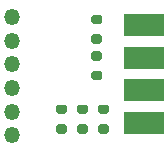
<source format=gbr>
%TF.GenerationSoftware,KiCad,Pcbnew,(5.1.9)-1*%
%TF.CreationDate,2022-11-25T11:31:52-06:00*%
%TF.ProjectId,adapter,61646170-7465-4722-9e6b-696361645f70,rev?*%
%TF.SameCoordinates,Original*%
%TF.FileFunction,Soldermask,Bot*%
%TF.FilePolarity,Negative*%
%FSLAX46Y46*%
G04 Gerber Fmt 4.6, Leading zero omitted, Abs format (unit mm)*
G04 Created by KiCad (PCBNEW (5.1.9)-1) date 2022-11-25 11:31:52*
%MOMM*%
%LPD*%
G01*
G04 APERTURE LIST*
%ADD10O,1.350000X1.350000*%
%ADD11R,3.480000X1.846667*%
G04 APERTURE END LIST*
%TO.C,C4*%
G36*
G01*
X137435000Y-98635000D02*
X136885000Y-98635000D01*
G75*
G02*
X136685000Y-98435000I0J200000D01*
G01*
X136685000Y-98035000D01*
G75*
G02*
X136885000Y-97835000I200000J0D01*
G01*
X137435000Y-97835000D01*
G75*
G02*
X137635000Y-98035000I0J-200000D01*
G01*
X137635000Y-98435000D01*
G75*
G02*
X137435000Y-98635000I-200000J0D01*
G01*
G37*
G36*
G01*
X137435000Y-100285000D02*
X136885000Y-100285000D01*
G75*
G02*
X136685000Y-100085000I0J200000D01*
G01*
X136685000Y-99685000D01*
G75*
G02*
X136885000Y-99485000I200000J0D01*
G01*
X137435000Y-99485000D01*
G75*
G02*
X137635000Y-99685000I0J-200000D01*
G01*
X137635000Y-100085000D01*
G75*
G02*
X137435000Y-100285000I-200000J0D01*
G01*
G37*
%TD*%
D10*
%TO.C,J1*%
X131191000Y-90424000D03*
X131191000Y-92424000D03*
X131191000Y-94424000D03*
X131191000Y-96424000D03*
X131191000Y-98424000D03*
X131191000Y-100424000D03*
%TD*%
%TO.C,C2*%
G36*
G01*
X139213000Y-98635000D02*
X138663000Y-98635000D01*
G75*
G02*
X138463000Y-98435000I0J200000D01*
G01*
X138463000Y-98035000D01*
G75*
G02*
X138663000Y-97835000I200000J0D01*
G01*
X139213000Y-97835000D01*
G75*
G02*
X139413000Y-98035000I0J-200000D01*
G01*
X139413000Y-98435000D01*
G75*
G02*
X139213000Y-98635000I-200000J0D01*
G01*
G37*
G36*
G01*
X139213000Y-100285000D02*
X138663000Y-100285000D01*
G75*
G02*
X138463000Y-100085000I0J200000D01*
G01*
X138463000Y-99685000D01*
G75*
G02*
X138663000Y-99485000I200000J0D01*
G01*
X139213000Y-99485000D01*
G75*
G02*
X139413000Y-99685000I0J-200000D01*
G01*
X139413000Y-100085000D01*
G75*
G02*
X139213000Y-100285000I-200000J0D01*
G01*
G37*
%TD*%
D11*
%TO.C,P1*%
X142367000Y-91095000D03*
X142367000Y-93865000D03*
X142367000Y-96635000D03*
X142367000Y-99405000D03*
%TD*%
%TO.C,C1*%
G36*
G01*
X135657000Y-100284500D02*
X135107000Y-100284500D01*
G75*
G02*
X134907000Y-100084500I0J200000D01*
G01*
X134907000Y-99684500D01*
G75*
G02*
X135107000Y-99484500I200000J0D01*
G01*
X135657000Y-99484500D01*
G75*
G02*
X135857000Y-99684500I0J-200000D01*
G01*
X135857000Y-100084500D01*
G75*
G02*
X135657000Y-100284500I-200000J0D01*
G01*
G37*
G36*
G01*
X135657000Y-98634500D02*
X135107000Y-98634500D01*
G75*
G02*
X134907000Y-98434500I0J200000D01*
G01*
X134907000Y-98034500D01*
G75*
G02*
X135107000Y-97834500I200000J0D01*
G01*
X135657000Y-97834500D01*
G75*
G02*
X135857000Y-98034500I0J-200000D01*
G01*
X135857000Y-98434500D01*
G75*
G02*
X135657000Y-98634500I-200000J0D01*
G01*
G37*
%TD*%
%TO.C,C3*%
G36*
G01*
X138641500Y-95776500D02*
X138091500Y-95776500D01*
G75*
G02*
X137891500Y-95576500I0J200000D01*
G01*
X137891500Y-95176500D01*
G75*
G02*
X138091500Y-94976500I200000J0D01*
G01*
X138641500Y-94976500D01*
G75*
G02*
X138841500Y-95176500I0J-200000D01*
G01*
X138841500Y-95576500D01*
G75*
G02*
X138641500Y-95776500I-200000J0D01*
G01*
G37*
G36*
G01*
X138641500Y-94126500D02*
X138091500Y-94126500D01*
G75*
G02*
X137891500Y-93926500I0J200000D01*
G01*
X137891500Y-93526500D01*
G75*
G02*
X138091500Y-93326500I200000J0D01*
G01*
X138641500Y-93326500D01*
G75*
G02*
X138841500Y-93526500I0J-200000D01*
G01*
X138841500Y-93926500D01*
G75*
G02*
X138641500Y-94126500I-200000J0D01*
G01*
G37*
%TD*%
%TO.C,C5*%
G36*
G01*
X138091500Y-90215000D02*
X138641500Y-90215000D01*
G75*
G02*
X138841500Y-90415000I0J-200000D01*
G01*
X138841500Y-90815000D01*
G75*
G02*
X138641500Y-91015000I-200000J0D01*
G01*
X138091500Y-91015000D01*
G75*
G02*
X137891500Y-90815000I0J200000D01*
G01*
X137891500Y-90415000D01*
G75*
G02*
X138091500Y-90215000I200000J0D01*
G01*
G37*
G36*
G01*
X138091500Y-91865000D02*
X138641500Y-91865000D01*
G75*
G02*
X138841500Y-92065000I0J-200000D01*
G01*
X138841500Y-92465000D01*
G75*
G02*
X138641500Y-92665000I-200000J0D01*
G01*
X138091500Y-92665000D01*
G75*
G02*
X137891500Y-92465000I0J200000D01*
G01*
X137891500Y-92065000D01*
G75*
G02*
X138091500Y-91865000I200000J0D01*
G01*
G37*
%TD*%
M02*

</source>
